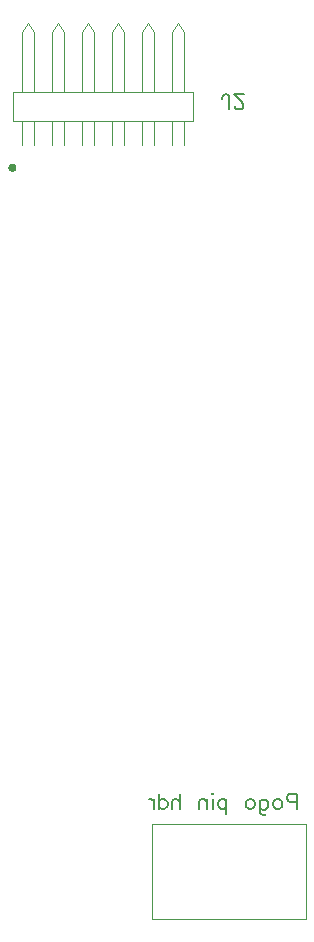
<source format=gbr>
G04 DipTrace 4.0.0.2*
G04 BottomSilk.gbr*
%MOIN*%
G04 #@! TF.FileFunction,Legend,Bot*
G04 #@! TF.Part,Single*
%ADD10C,0.004724*%
%ADD29C,0.00772*%
%FSLAX26Y26*%
G04*
G70*
G90*
G75*
G01*
G04 BotSilk*
%LPD*%
X1029349Y3312991D2*
D10*
Y3411398D1*
X429324D1*
Y3312991D1*
X1029349D1*
X459615Y3234256D2*
Y3312991D1*
X499036Y3234256D2*
Y3312991D1*
X559681Y3234256D2*
Y3312991D1*
X599040Y3234256D2*
Y3312991D1*
X459615Y3411398D2*
Y3608263D1*
X499036Y3411398D2*
Y3608263D1*
X459615D2*
X479357Y3641338D1*
X499036Y3608263D2*
X479357Y3641338D1*
X559681Y3411398D2*
Y3608263D1*
X599040Y3411398D2*
Y3608263D1*
X559681D2*
X579360Y3641338D1*
X599040Y3608263D2*
X579360Y3641338D1*
X659623Y3234256D2*
Y3312991D1*
X698983Y3234256D2*
Y3312991D1*
X759689Y3234256D2*
Y3312991D1*
X799049Y3234256D2*
Y3312991D1*
X659623Y3411398D2*
Y3608263D1*
X698983Y3411398D2*
Y3608263D1*
X659623D2*
X679303Y3641338D1*
X698983Y3608263D2*
X679303Y3641338D1*
X759689Y3411398D2*
Y3608263D1*
X799049Y3411398D2*
Y3608263D1*
X759689D2*
X779368Y3641338D1*
X799049Y3608263D2*
X779368Y3641338D1*
X859694Y3234256D2*
Y3312991D1*
X899053Y3234256D2*
Y3312991D1*
X959636Y3234256D2*
Y3312991D1*
X998996Y3234256D2*
Y3312991D1*
X859694Y3411398D2*
Y3608263D1*
X899053Y3411398D2*
Y3608263D1*
X859694D2*
X879374Y3641338D1*
X899053Y3608263D2*
X879374Y3641338D1*
X959636Y3411398D2*
Y3608263D1*
X998996Y3411398D2*
Y3608263D1*
X959636D2*
X979316Y3641338D1*
X998996Y3608263D2*
X979316Y3641338D1*
G36*
X426210Y3171322D2*
X428010Y3171204D1*
X429778Y3170852D1*
X431486Y3170273D1*
X433103Y3169475D1*
X434602Y3168473D1*
X435958Y3167284D1*
X437147Y3165929D1*
X438149Y3164429D1*
X438946Y3162812D1*
X439526Y3161105D1*
X439878Y3159336D1*
X439996Y3157537D1*
X439878Y3155737D1*
X439526Y3153969D1*
X438946Y3152261D1*
X438149Y3150644D1*
X437147Y3149145D1*
X435958Y3147789D1*
X434602Y3146600D1*
X433103Y3145598D1*
X431486Y3144801D1*
X429778Y3144221D1*
X428010Y3143869D1*
X426210Y3143751D1*
X426205D1*
X424406Y3143869D1*
X422637Y3144221D1*
X420930Y3144801D1*
X419312Y3145598D1*
X417813Y3146600D1*
X416457Y3147789D1*
X415268Y3149145D1*
X414266Y3150644D1*
X413469Y3152261D1*
X412889Y3153969D1*
X412537Y3155737D1*
X412420Y3157537D1*
X412537Y3159336D1*
X412889Y3161105D1*
X413469Y3162812D1*
X414266Y3164429D1*
X415268Y3165929D1*
X416457Y3167284D1*
X417813Y3168473D1*
X419312Y3169475D1*
X420929Y3170273D1*
X422637Y3170852D1*
X424406Y3171204D1*
X426205Y3171322D1*
X426210D1*
G37*
X893128Y968602D2*
D10*
Y653641D1*
X1404939D1*
Y968602D1*
X893128D1*
X1374804Y1044244D2*
D29*
X1353249D1*
X1346119Y1046621D1*
X1343687Y1049052D1*
X1341311Y1053806D1*
Y1060991D1*
X1343687Y1065744D1*
X1346119Y1068176D1*
X1353249Y1070552D1*
X1374804D1*
Y1020312D1*
X1313933Y1053806D2*
X1318686Y1051429D1*
X1323495Y1046621D1*
X1325871Y1039436D1*
Y1034682D1*
X1323495Y1027497D1*
X1318686Y1022744D1*
X1313933Y1020312D1*
X1306748D1*
X1301940Y1022744D1*
X1297186Y1027497D1*
X1294755Y1034682D1*
Y1039436D1*
X1297186Y1046621D1*
X1301940Y1051429D1*
X1306748Y1053806D1*
X1313933D1*
X1250630Y1051429D2*
Y1013127D1*
X1253007Y1005998D1*
X1255384Y1003566D1*
X1260192Y1001189D1*
X1267377D1*
X1272130Y1003566D1*
X1250630Y1044244D2*
X1255384Y1048997D1*
X1260192Y1051429D1*
X1267377D1*
X1272130Y1048997D1*
X1276939Y1044244D1*
X1279315Y1037059D1*
Y1032251D1*
X1276939Y1025121D1*
X1272130Y1020312D1*
X1267377Y1017936D1*
X1260192D1*
X1255384Y1020312D1*
X1250630Y1025121D1*
X1223253Y1053806D2*
X1228006Y1051429D1*
X1232815Y1046621D1*
X1235191Y1039436D1*
Y1034682D1*
X1232815Y1027497D1*
X1228006Y1022744D1*
X1223253Y1020312D1*
X1216068D1*
X1211260Y1022744D1*
X1206506Y1027497D1*
X1204075Y1034682D1*
Y1039436D1*
X1206506Y1046621D1*
X1211260Y1051429D1*
X1216068Y1053806D1*
X1223253D1*
X1140034D2*
Y1003566D1*
Y1046621D2*
X1135226Y1051374D1*
X1130473Y1053806D1*
X1123288D1*
X1118479Y1051374D1*
X1113726Y1046621D1*
X1111294Y1039436D1*
Y1034627D1*
X1113726Y1027497D1*
X1118479Y1022689D1*
X1123288Y1020312D1*
X1130473D1*
X1135226Y1022689D1*
X1140034Y1027497D1*
X1095855Y1070552D2*
X1093478Y1068176D1*
X1091046Y1070552D1*
X1093478Y1072984D1*
X1095855Y1070552D1*
X1093478Y1053806D2*
Y1020312D1*
X1075607Y1053806D2*
Y1020312D1*
Y1044244D2*
X1068422Y1051429D1*
X1063614Y1053806D1*
X1056484D1*
X1051675Y1051429D1*
X1049299Y1044244D1*
Y1020312D1*
X985259Y1070552D2*
Y1020312D1*
Y1044244D2*
X978074Y1051429D1*
X973265Y1053806D1*
X966080D1*
X961327Y1051429D1*
X958950Y1044244D1*
Y1020312D1*
X914826Y1070552D2*
Y1020312D1*
Y1046621D2*
X919579Y1051429D1*
X924388Y1053806D1*
X931573D1*
X936326Y1051429D1*
X941135Y1046621D1*
X943511Y1039436D1*
Y1034682D1*
X941135Y1027497D1*
X936326Y1022744D1*
X931573Y1020312D1*
X924388D1*
X919579Y1022744D1*
X914826Y1027497D1*
X899387Y1053806D2*
Y1020312D1*
Y1039436D2*
X896955Y1046621D1*
X892202Y1051429D1*
X887394Y1053806D1*
X880208D1*
X1149384Y3352233D2*
Y3390479D1*
X1147007Y3397664D1*
X1144575Y3400041D1*
X1139822Y3402473D1*
X1135014D1*
X1130260Y3400041D1*
X1127884Y3397664D1*
X1125452Y3390479D1*
Y3385726D1*
X1167255Y3364226D2*
Y3361850D1*
X1169631Y3357041D1*
X1172008Y3354665D1*
X1176816Y3352288D1*
X1186378D1*
X1191131Y3354665D1*
X1193508Y3357041D1*
X1195940Y3361850D1*
Y3366603D1*
X1193508Y3371411D1*
X1188755Y3378541D1*
X1164823Y3402473D1*
X1198316D1*
M02*

</source>
